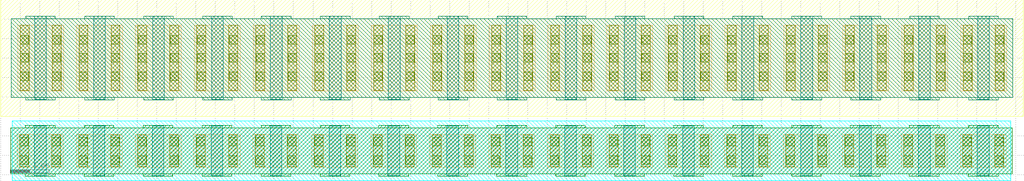
<source format=lef>
  X é     é      (UNNAMED)  >A7KÆ§ð9D¸/ ZT é     é      pfet_03v3_6DGS6C        ,ÿÿÎÿÿü®ÿÿÎ  RÿÿÓ  RÿÿÓÿÿü®ÿÿÎÿÿü®          ,ÿÿÔhÿÿü®ÿÿÔh  RÿÿÙ  RÿÿÙÿÿü®ÿÿÔhÿÿü®          ,ÿÿÚNÿÿü®ÿÿÚN  RÿÿÞê  RÿÿÞêÿÿü®ÿÿÚNÿÿü®          ,ÿÿà4ÿÿü®ÿÿà4  RÿÿäÐ  RÿÿäÐÿÿü®ÿÿà4ÿÿü®          ,ÿÿæÿÿü®ÿÿæ  Rÿÿê¶  Rÿÿê¶ÿÿü®ÿÿæÿÿü®          ,ÿÿì ÿÿü®ÿÿì   Rÿÿð  Rÿÿðÿÿü®ÿÿì ÿÿü®          ,ÿÿñæÿÿü®ÿÿñæ  Rÿÿö  Rÿÿöÿÿü®ÿÿñæÿÿü®          ,ÿÿ÷Ìÿÿü®ÿÿ÷Ì  Rÿÿüh  Rÿÿühÿÿü®ÿÿ÷Ìÿÿü®          ,ÿÿý²ÿÿü®ÿÿý²  R  N  R  Nÿÿü®ÿÿý²ÿÿü®          ,  ÿÿü®    R  4  R  4ÿÿü®  ÿÿü®          ,  	~ÿÿü®  	~  R    R  ÿÿü®  	~ÿÿü®          ,  dÿÿü®  d  R     R   ÿÿü®  dÿÿü®          ,  Jÿÿü®  J  R  æ  R  æÿÿü®  Jÿÿü®          ,  0ÿÿü®  0  R  Ì  R  Ìÿÿü®  0ÿÿü®          ,  !ÿÿü®  !  R  %²  R  %²ÿÿü®  !ÿÿü®          ,  &üÿÿü®  &ü  R  +  R  +ÿÿü®  &üÿÿü®          ,  ,âÿÿü®  ,â  R  1~  R  1~ÿÿü®  ,âÿÿü®          ,ÿÿÐ:ÿÿûÒÿÿÐ:  .ÿÿÑf  .ÿÿÑfÿÿûÒÿÿÐ:ÿÿûÒ          ,ÿÿÖ ÿÿûÒÿÿÖ   .ÿÿ×L  .ÿÿ×LÿÿûÒÿÿÖ ÿÿûÒ          ,ÿÿÜÿÿûÒÿÿÜ  .ÿÿÝ2  .ÿÿÝ2ÿÿûÒÿÿÜÿÿûÒ          ,ÿÿáìÿÿûÒÿÿáì  .ÿÿã  .ÿÿãÿÿûÒÿÿáìÿÿûÒ          ,ÿÿçÒÿÿûÒÿÿçÒ  .ÿÿèþ  .ÿÿèþÿÿûÒÿÿçÒÿÿûÒ          ,ÿÿí¸ÿÿûÒÿÿí¸  .ÿÿîä  .ÿÿîäÿÿûÒÿÿí¸ÿÿûÒ          ,ÿÿóÿÿûÒÿÿó  .ÿÿôÊ  .ÿÿôÊÿÿûÒÿÿóÿÿûÒ          ,ÿÿùÿÿûÒÿÿù  .ÿÿú°  .ÿÿú°ÿÿûÒÿÿùÿÿûÒ          ,ÿÿÿjÿÿûÒÿÿÿj  .     .   ÿÿûÒÿÿÿjÿÿûÒ          ,  PÿÿûÒ  P  .  |  .  |ÿÿûÒ  PÿÿûÒ          ,  6ÿÿûÒ  6  .  b  .  bÿÿûÒ  6ÿÿûÒ          ,  ÿÿûÒ    .  H  .  HÿÿûÒ  ÿÿûÒ          ,  ÿÿûÒ    .  .  .  .ÿÿûÒ  ÿÿûÒ          ,  èÿÿûÒ  è  .    .  ÿÿûÒ  èÿÿûÒ          ,  "ÎÿÿûÒ  "Î  .  #ú  .  #úÿÿûÒ  "ÎÿÿûÒ          ,  (´ÿÿûÒ  (´  .  )à  .  )àÿÿûÒ  (´ÿÿûÒ          ,  .ÿÿûÒ  .  .  /Æ  .  /ÆÿÿûÒ  .ÿÿûÒ      !    ,  ,  h  ,  D    D    h  ,  h      !    ,  Þ  h  Þ  D  º  D  º  h  Þ  h      !    ,    h    D  î  D  î  h    h      !    ,  	Ä  h  	Ä  D  
   D  
   h  	Ä  h      !    ,  ø  h  ø  D  Ô  D  Ô  h  ø  h      !    ,  ª  h  ª  D    D    h  ª  h      !    ,  Þ  h  Þ  D  º  D  º  h  Þ  h      !    ,    h    D  l  D  l  h    h      !    ,  Ä  h  Ä  D     D     h  Ä  h      !    ,  v  h  v  D  R  D  R  h  v  h      !    ,  ª  h  ª  D    D    h  ª  h      !    ,  !\  h  !\  D  "8  D  "8  h  !\  h      !    ,  $  h  $  D  %l  D  %l  h  $  h      !    ,  'B  h  'B  D  (  D  (  h  'B  h      !    ,  *v  h  *v  D  +R  D  +R  h  *v  h      !    ,  -(  h  -(  D  .  D  .  h  -(  h      !    ,  0\  h  0\  D  18  D  18  h  0\  h      !    ,  ,ÿÿÿ  ,   n     n  ÿÿÿ  ,ÿÿÿ      !    ,  Þÿÿÿ  Þ   n  º   n  ºÿÿÿ  Þÿÿÿ      !    ,  ÿÿÿ     n  î   n  îÿÿÿ  ÿÿÿ      !    ,  	Äÿÿÿ  	Ä   n  
    n  
 ÿÿÿ  	Äÿÿÿ      !    ,  øÿÿÿ  ø   n  Ô   n  Ôÿÿÿ  øÿÿÿ      !    ,  ªÿÿÿ  ª   n     n  ÿÿÿ  ªÿÿÿ      !    ,  Þÿÿÿ  Þ   n  º   n  ºÿÿÿ  Þÿÿÿ      !    ,  ÿÿÿ     n  l   n  lÿÿÿ  ÿÿÿ      !    ,  Äÿÿÿ  Ä   n      n   ÿÿÿ  Äÿÿÿ      !    ,  vÿÿÿ  v   n  R   n  Rÿÿÿ  vÿÿÿ      !    ,  ªÿÿÿ  ª   n     n  ÿÿÿ  ªÿÿÿ      !    ,  !\ÿÿÿ  !\   n  "8   n  "8ÿÿÿ  !\ÿÿÿ      !    ,  $ÿÿÿ  $   n  %l   n  %lÿÿÿ  $ÿÿÿ      !    ,  'Bÿÿÿ  'B   n  (   n  (ÿÿÿ  'Bÿÿÿ      !    ,  *vÿÿÿ  *v   n  +R   n  +Rÿÿÿ  *vÿÿÿ      !    ,  -(ÿÿÿ  -(   n  .   n  .ÿÿÿ  -(ÿÿÿ      !    ,  0\ÿÿÿ  0\   n  18   n  18ÿÿÿ  0\ÿÿÿ      !    ,  ,ÿÿý¼  ,ÿÿþ  ÿÿþ  ÿÿý¼  ,ÿÿý¼      !    ,  Þÿÿý¼  Þÿÿþ  ºÿÿþ  ºÿÿý¼  Þÿÿý¼      !    ,  ÿÿý¼  ÿÿþ  îÿÿþ  îÿÿý¼  ÿÿý¼      !    ,  	Äÿÿý¼  	Äÿÿþ  
 ÿÿþ  
 ÿÿý¼  	Äÿÿý¼      !    ,  øÿÿý¼  øÿÿþ  Ôÿÿþ  Ôÿÿý¼  øÿÿý¼      !    ,  ªÿÿý¼  ªÿÿþ  ÿÿþ  ÿÿý¼  ªÿÿý¼      !    ,  Þÿÿý¼  Þÿÿþ  ºÿÿþ  ºÿÿý¼  Þÿÿý¼      !    ,  ÿÿý¼  ÿÿþ  lÿÿþ  lÿÿý¼  ÿÿý¼      !    ,  Äÿÿý¼  Äÿÿþ   ÿÿþ   ÿÿý¼  Äÿÿý¼      !    ,  vÿÿý¼  vÿÿþ  Rÿÿþ  Rÿÿý¼  vÿÿý¼      !    ,  ªÿÿý¼  ªÿÿþ  ÿÿþ  ÿÿý¼  ªÿÿý¼      !    ,  !\ÿÿý¼  !\ÿÿþ  "8ÿÿþ  "8ÿÿý¼  !\ÿÿý¼      !    ,  $ÿÿý¼  $ÿÿþ  %lÿÿþ  %lÿÿý¼  $ÿÿý¼      !    ,  'Bÿÿý¼  'Bÿÿþ  (ÿÿþ  (ÿÿý¼  'Bÿÿý¼      !    ,  *vÿÿý¼  *vÿÿþ  +Rÿÿþ  +Rÿÿý¼  *vÿÿý¼      !    ,  -(ÿÿý¼  -(ÿÿþ  .ÿÿþ  .ÿÿý¼  -(ÿÿý¼      !    ,  0\ÿÿý¼  0\ÿÿþ  18ÿÿþ  18ÿÿý¼  0\ÿÿý¼      !    ,ÿÿÎÈ  hÿÿÎÈ  DÿÿÏ¤  DÿÿÏ¤  hÿÿÎÈ  h      !    ,ÿÿÑü  hÿÿÑü  DÿÿÒØ  DÿÿÒØ  hÿÿÑü  h      !    ,ÿÿÔ®  hÿÿÔ®  DÿÿÕ  DÿÿÕ  hÿÿÔ®  h      !    ,ÿÿ×â  hÿÿ×â  DÿÿØ¾  DÿÿØ¾  hÿÿ×â  h      !    ,ÿÿÚ  hÿÿÚ  DÿÿÛp  DÿÿÛp  hÿÿÚ  h      !    ,ÿÿÝÈ  hÿÿÝÈ  DÿÿÞ¤  DÿÿÞ¤  hÿÿÝÈ  h      !    ,ÿÿàz  hÿÿàz  DÿÿáV  DÿÿáV  hÿÿàz  h      !    ,ÿÿã®  hÿÿã®  Dÿÿä  Dÿÿä  hÿÿã®  h      !    ,ÿÿæ`  hÿÿæ`  Dÿÿç<  Dÿÿç<  hÿÿæ`  h      !    ,ÿÿé  hÿÿé  Dÿÿêp  Dÿÿêp  hÿÿé  h      !    ,ÿÿìF  hÿÿìF  Dÿÿí"  Dÿÿí"  hÿÿìF  h      !    ,ÿÿïz  hÿÿïz  DÿÿðV  DÿÿðV  hÿÿïz  h      !    ,ÿÿò,  hÿÿò,  Dÿÿó  Dÿÿó  hÿÿò,  h      !    ,ÿÿõ`  hÿÿõ`  Dÿÿö<  Dÿÿö<  hÿÿõ`  h      !    ,ÿÿø  hÿÿø  Dÿÿøî  Dÿÿøî  hÿÿø  h      !    ,ÿÿûF  hÿÿûF  Dÿÿü"  Dÿÿü"  hÿÿûF  h      !    ,ÿÿýø  hÿÿýø  DÿÿþÔ  DÿÿþÔ  hÿÿýø  h      !    ,ÿÿÎÈÿÿý¼ÿÿÎÈÿÿþÿÿÏ¤ÿÿþÿÿÏ¤ÿÿý¼ÿÿÎÈÿÿý¼      !    ,ÿÿÑüÿÿý¼ÿÿÑüÿÿþÿÿÒØÿÿþÿÿÒØÿÿý¼ÿÿÑüÿÿý¼      !    ,ÿÿÔ®ÿÿý¼ÿÿÔ®ÿÿþÿÿÕÿÿþÿÿÕÿÿý¼ÿÿÔ®ÿÿý¼      !    ,ÿÿ×âÿÿý¼ÿÿ×âÿÿþÿÿØ¾ÿÿþÿÿØ¾ÿÿý¼ÿÿ×âÿÿý¼      !    ,ÿÿÚÿÿý¼ÿÿÚÿÿþÿÿÛpÿÿþÿÿÛpÿÿý¼ÿÿÚÿÿý¼      !    ,ÿÿÝÈÿÿý¼ÿÿÝÈÿÿþÿÿÞ¤ÿÿþÿÿÞ¤ÿÿý¼ÿÿÝÈÿÿý¼      !    ,ÿÿàzÿÿý¼ÿÿàzÿÿþÿÿáVÿÿþÿÿáVÿÿý¼ÿÿàzÿÿý¼      !    ,ÿÿã®ÿÿý¼ÿÿã®ÿÿþÿÿäÿÿþÿÿäÿÿý¼ÿÿã®ÿÿý¼      !    ,ÿÿæ`ÿÿý¼ÿÿæ`ÿÿþÿÿç<ÿÿþÿÿç<ÿÿý¼ÿÿæ`ÿÿý¼      !    ,ÿÿéÿÿý¼ÿÿéÿÿþÿÿêpÿÿþÿÿêpÿÿý¼ÿÿéÿÿý¼      !    ,ÿÿìFÿÿý¼ÿÿìFÿÿþÿÿí"ÿÿþÿÿí"ÿÿý¼ÿÿìFÿÿý¼      !    ,ÿÿïzÿÿý¼ÿÿïzÿÿþÿÿðVÿÿþÿÿðVÿÿý¼ÿÿïzÿÿý¼      !    ,ÿÿò,ÿÿý¼ÿÿò,ÿÿþÿÿóÿÿþÿÿóÿÿý¼ÿÿò,ÿÿý¼      !    ,ÿÿõ`ÿÿý¼ÿÿõ`ÿÿþÿÿö<ÿÿþÿÿö<ÿÿý¼ÿÿõ`ÿÿý¼      !    ,ÿÿøÿÿý¼ÿÿøÿÿþÿÿøîÿÿþÿÿøîÿÿý¼ÿÿøÿÿý¼      !    ,ÿÿûFÿÿý¼ÿÿûFÿÿþÿÿü"ÿÿþÿÿü"ÿÿý¼ÿÿûFÿÿý¼      !    ,ÿÿýøÿÿý¼ÿÿýøÿÿþÿÿþÔÿÿþÿÿþÔÿÿý¼ÿÿýøÿÿý¼      !    ,ÿÿÎÈÿÿÿÿÿÎÈ   nÿÿÏ¤   nÿÿÏ¤ÿÿÿÿÿÎÈÿÿÿ      !    ,ÿÿÑüÿÿÿÿÿÑü   nÿÿÒØ   nÿÿÒØÿÿÿÿÿÑüÿÿÿ      !    ,ÿÿÔ®ÿÿÿÿÿÔ®   nÿÿÕ   nÿÿÕÿÿÿÿÿÔ®ÿÿÿ      !    ,ÿÿ×âÿÿÿÿÿ×â   nÿÿØ¾   nÿÿØ¾ÿÿÿÿÿ×âÿÿÿ      !    ,ÿÿÚÿÿÿÿÿÚ   nÿÿÛp   nÿÿÛpÿÿÿÿÿÚÿÿÿ      !    ,ÿÿÝÈÿÿÿÿÿÝÈ   nÿÿÞ¤   nÿÿÞ¤ÿÿÿÿÿÝÈÿÿÿ      !    ,ÿÿàzÿÿÿÿÿàz   nÿÿáV   nÿÿáVÿÿÿÿÿàzÿÿÿ      !    ,ÿÿã®ÿÿÿÿÿã®   nÿÿä   nÿÿäÿÿÿÿÿã®ÿÿÿ      !    ,ÿÿæ`ÿÿÿÿÿæ`   nÿÿç<   nÿÿç<ÿÿÿÿÿæ`ÿÿÿ      !    ,ÿÿéÿÿÿÿÿé   nÿÿêp   nÿÿêpÿÿÿÿÿéÿÿÿ      !    ,ÿÿìFÿÿÿÿÿìF   nÿÿí"   nÿÿí"ÿÿÿÿÿìFÿÿÿ      !    ,ÿÿïzÿÿÿÿÿïz   nÿÿðV   nÿÿðVÿÿÿÿÿïzÿÿÿ      !    ,ÿÿò,ÿÿÿÿÿò,   nÿÿó   nÿÿóÿÿÿÿÿò,ÿÿÿ      !    ,ÿÿõ`ÿÿÿÿÿõ`   nÿÿö<   nÿÿö<ÿÿÿÿÿõ`ÿÿÿ      !    ,ÿÿøÿÿÿÿÿø   nÿÿøî   nÿÿøîÿÿÿÿÿøÿÿÿ      !    ,ÿÿûFÿÿÿÿÿûF   nÿÿü"   nÿÿü"ÿÿÿÿÿûFÿÿÿ      !    ,ÿÿýøÿÿÿÿÿýø   nÿÿþÔ   nÿÿþÔÿÿÿÿÿýøÿÿÿ      "    ,ÿÿÎÃÿÿü¸ÿÿÎÃ  HÿÿÏ©  HÿÿÏ©ÿÿü¸ÿÿÎÃÿÿü¸      "    ,ÿÿÑ÷ÿÿü¸ÿÿÑ÷  HÿÿÒÝ  HÿÿÒÝÿÿü¸ÿÿÑ÷ÿÿü¸      "    ,ÿÿÔ©ÿÿü¸ÿÿÔ©  HÿÿÕ  HÿÿÕÿÿü¸ÿÿÔ©ÿÿü¸      "    ,ÿÿ×Ýÿÿü¸ÿÿ×Ý  HÿÿØÃ  HÿÿØÃÿÿü¸ÿÿ×Ýÿÿü¸      "    ,ÿÿÚÿÿü¸ÿÿÚ  HÿÿÛu  HÿÿÛuÿÿü¸ÿÿÚÿÿü¸      "    ,ÿÿÝÃÿÿü¸ÿÿÝÃ  HÿÿÞ©  HÿÿÞ©ÿÿü¸ÿÿÝÃÿÿü¸      "    ,ÿÿàuÿÿü¸ÿÿàu  Hÿÿá[  Hÿÿá[ÿÿü¸ÿÿàuÿÿü¸      "    ,ÿÿã©ÿÿü¸ÿÿã©  Hÿÿä  Hÿÿäÿÿü¸ÿÿã©ÿÿü¸      "    ,ÿÿæ[ÿÿü¸ÿÿæ[  HÿÿçA  HÿÿçAÿÿü¸ÿÿæ[ÿÿü¸      "    ,ÿÿéÿÿü¸ÿÿé  Hÿÿêu  Hÿÿêuÿÿü¸ÿÿéÿÿü¸      "    ,ÿÿìAÿÿü¸ÿÿìA  Hÿÿí'  Hÿÿí'ÿÿü¸ÿÿìAÿÿü¸      "    ,ÿÿïuÿÿü¸ÿÿïu  Hÿÿð[  Hÿÿð[ÿÿü¸ÿÿïuÿÿü¸      "    ,ÿÿò'ÿÿü¸ÿÿò'  Hÿÿó  Hÿÿóÿÿü¸ÿÿò'ÿÿü¸      "    ,ÿÿõ[ÿÿü¸ÿÿõ[  HÿÿöA  HÿÿöAÿÿü¸ÿÿõ[ÿÿü¸      "    ,ÿÿøÿÿü¸ÿÿø  Hÿÿøó  Hÿÿøóÿÿü¸ÿÿøÿÿü¸      "    ,ÿÿûAÿÿü¸ÿÿûA  Hÿÿü'  Hÿÿü'ÿÿü¸ÿÿûAÿÿü¸      "    ,ÿÿýóÿÿü¸ÿÿýó  HÿÿþÙ  HÿÿþÙÿÿü¸ÿÿýóÿÿü¸      "    ,  'ÿÿü¸  '  H    H  ÿÿü¸  'ÿÿü¸      "    ,  Ùÿÿü¸  Ù  H  ¿  H  ¿ÿÿü¸  Ùÿÿü¸      "    ,  ÿÿü¸    H  ó  H  óÿÿü¸  ÿÿü¸      "    ,  	¿ÿÿü¸  	¿  H  
¥  H  
¥ÿÿü¸  	¿ÿÿü¸      "    ,  óÿÿü¸  ó  H  Ù  H  Ùÿÿü¸  óÿÿü¸      "    ,  ¥ÿÿü¸  ¥  H    H  ÿÿü¸  ¥ÿÿü¸      "    ,  Ùÿÿü¸  Ù  H  ¿  H  ¿ÿÿü¸  Ùÿÿü¸      "    ,  ÿÿü¸    H  q  H  qÿÿü¸  ÿÿü¸      "    ,  ¿ÿÿü¸  ¿  H  ¥  H  ¥ÿÿü¸  ¿ÿÿü¸      "    ,  qÿÿü¸  q  H  W  H  Wÿÿü¸  qÿÿü¸      "    ,  ¥ÿÿü¸  ¥  H    H  ÿÿü¸  ¥ÿÿü¸      "    ,  !Wÿÿü¸  !W  H  "=  H  "=ÿÿü¸  !Wÿÿü¸      "    ,  $ÿÿü¸  $  H  %q  H  %qÿÿü¸  $ÿÿü¸      "    ,  '=ÿÿü¸  '=  H  (#  H  (#ÿÿü¸  '=ÿÿü¸      "    ,  *qÿÿü¸  *q  H  +W  H  +Wÿÿü¸  *qÿÿü¸      "    ,  -#ÿÿü¸  -#  H  .	  H  .	ÿÿü¸  -#ÿÿü¸      "    ,  0Wÿÿü¸  0W  H  1=  H  1=ÿÿü¸  0Wÿÿü¸          ,ÿÿÌÔÿÿú$ÿÿÌÔ  Ü  3,  Ü  3,ÿÿú$ÿÿÌÔÿÿú$          ,ÿÿÏT  òÿÿÏT  8ÿÿÒL  8ÿÿÒL  òÿÿÏT  ò          ,ÿÿÕ:  òÿÿÕ:  8ÿÿØ2  8ÿÿØ2  òÿÿÕ:  ò          ,ÿÿÛ   òÿÿÛ   8ÿÿÞ  8ÿÿÞ  òÿÿÛ   ò          ,ÿÿá  òÿÿá  8ÿÿãþ  8ÿÿãþ  òÿÿá  ò          ,ÿÿæì  òÿÿæì  8ÿÿéä  8ÿÿéä  òÿÿæì  ò          ,ÿÿìÒ  òÿÿìÒ  8ÿÿïÊ  8ÿÿïÊ  òÿÿìÒ  ò          ,ÿÿò¸  òÿÿò¸  8ÿÿõ°  8ÿÿõ°  òÿÿò¸  ò          ,ÿÿø  òÿÿø  8ÿÿû  8ÿÿû  òÿÿø  ò          ,ÿÿþ  òÿÿþ  8  |  8  |  òÿÿþ  ò          ,  j  ò  j  8  b  8  b  ò  j  ò          ,  
P  ò  
P  8  H  8  H  ò  
P  ò          ,  6  ò  6  8  .  8  .  ò  6  ò          ,    ò    8    8    ò    ò          ,    ò    8  ú  8  ú  ò    ò          ,  !è  ò  !è  8  $à  8  $à  ò  !è  ò          ,  'Î  ò  'Î  8  *Æ  8  *Æ  ò  'Î  ò          ,  -´  ò  -´  8  0¬  8  0¬  ò  -´  ò          ,ÿÿÍâÿÿüÿÿÍâ  ò  2  ò  2ÿÿüÿÿÍâÿÿü          ,ÿÿÏTÿÿûÈÿÿÏTÿÿüÿÿÒLÿÿüÿÿÒLÿÿûÈÿÿÏTÿÿûÈ          ,ÿÿÕ:ÿÿûÈÿÿÕ:ÿÿüÿÿØ2ÿÿüÿÿØ2ÿÿûÈÿÿÕ:ÿÿûÈ          ,ÿÿÛ ÿÿûÈÿÿÛ ÿÿüÿÿÞÿÿüÿÿÞÿÿûÈÿÿÛ ÿÿûÈ          ,ÿÿáÿÿûÈÿÿáÿÿüÿÿãþÿÿüÿÿãþÿÿûÈÿÿáÿÿûÈ          ,ÿÿæìÿÿûÈÿÿæìÿÿüÿÿéäÿÿüÿÿéäÿÿûÈÿÿæìÿÿûÈ          ,ÿÿìÒÿÿûÈÿÿìÒÿÿüÿÿïÊÿÿüÿÿïÊÿÿûÈÿÿìÒÿÿûÈ          ,ÿÿò¸ÿÿûÈÿÿò¸ÿÿüÿÿõ°ÿÿüÿÿõ°ÿÿûÈÿÿò¸ÿÿûÈ          ,ÿÿøÿÿûÈÿÿøÿÿüÿÿûÿÿüÿÿûÿÿûÈÿÿøÿÿûÈ          ,ÿÿþÿÿûÈÿÿþÿÿü  |ÿÿü  |ÿÿûÈÿÿþÿÿûÈ          ,  jÿÿûÈ  jÿÿü  bÿÿü  bÿÿûÈ  jÿÿûÈ          ,  
PÿÿûÈ  
Pÿÿü  Hÿÿü  HÿÿûÈ  
PÿÿûÈ          ,  6ÿÿûÈ  6ÿÿü  .ÿÿü  .ÿÿûÈ  6ÿÿûÈ          ,  ÿÿûÈ  ÿÿü  ÿÿü  ÿÿûÈ  ÿÿûÈ          ,  ÿÿûÈ  ÿÿü  úÿÿü  úÿÿûÈ  ÿÿûÈ          ,  !èÿÿûÈ  !èÿÿü  $àÿÿü  $àÿÿûÈ  !èÿÿûÈ          ,  'ÎÿÿûÈ  'Îÿÿü  *Æÿÿü  *ÆÿÿûÈ  'ÎÿÿûÈ          ,  -´ÿÿûÈ  -´ÿÿü  0¬ÿÿü  0¬ÿÿûÈ  -´ÿÿûÈ     é     é      nfet_03v3_FTUVLQ    Ì    ,ÿÿÎ
ÿÿýÿÿÎ
  ý  1ö  ý  1öÿÿýÿÿÎ
ÿÿý          ,ÿÿÎÿÿþWÿÿÎ  ©ÿÿÓ  ©ÿÿÓÿÿþWÿÿÎÿÿþW          ,ÿÿÔhÿÿþWÿÿÔh  ©ÿÿÙ  ©ÿÿÙÿÿþWÿÿÔhÿÿþW          ,ÿÿÚNÿÿþWÿÿÚN  ©ÿÿÞê  ©ÿÿÞêÿÿþWÿÿÚNÿÿþW          ,ÿÿà4ÿÿþWÿÿà4  ©ÿÿäÐ  ©ÿÿäÐÿÿþWÿÿà4ÿÿþW          ,ÿÿæÿÿþWÿÿæ  ©ÿÿê¶  ©ÿÿê¶ÿÿþWÿÿæÿÿþW          ,ÿÿì ÿÿþWÿÿì   ©ÿÿð  ©ÿÿðÿÿþWÿÿì ÿÿþW          ,ÿÿñæÿÿþWÿÿñæ  ©ÿÿö  ©ÿÿöÿÿþWÿÿñæÿÿþW          ,ÿÿ÷ÌÿÿþWÿÿ÷Ì  ©ÿÿüh  ©ÿÿühÿÿþWÿÿ÷ÌÿÿþW          ,ÿÿý²ÿÿþWÿÿý²  ©  N  ©  NÿÿþWÿÿý²ÿÿþW          ,  ÿÿþW    ©  4  ©  4ÿÿþW  ÿÿþW          ,  	~ÿÿþW  	~  ©    ©  ÿÿþW  	~ÿÿþW          ,  dÿÿþW  d  ©     ©   ÿÿþW  dÿÿþW          ,  JÿÿþW  J  ©  æ  ©  æÿÿþW  JÿÿþW          ,  0ÿÿþW  0  ©  Ì  ©  ÌÿÿþW  0ÿÿþW          ,  !ÿÿþW  !  ©  %²  ©  %²ÿÿþW  !ÿÿþW          ,  &üÿÿþW  &ü  ©  +  ©  +ÿÿþW  &üÿÿþW          ,  ,âÿÿþW  ,â  ©  1~  ©  1~ÿÿþW  ,âÿÿþW           ,ÿÿÏT  IÿÿÏT  ÿÿÒL  ÿÿÒL  IÿÿÏT  I           ,ÿÿÕ:  IÿÿÕ:  ÿÿØ2  ÿÿØ2  IÿÿÕ:  I           ,ÿÿÛ   IÿÿÛ   ÿÿÞ  ÿÿÞ  IÿÿÛ   I           ,ÿÿá  Iÿÿá  ÿÿãþ  ÿÿãþ  Iÿÿá  I           ,ÿÿæì  Iÿÿæì  ÿÿéä  ÿÿéä  Iÿÿæì  I           ,ÿÿìÒ  IÿÿìÒ  ÿÿïÊ  ÿÿïÊ  IÿÿìÒ  I           ,ÿÿò¸  Iÿÿò¸  ÿÿõ°  ÿÿõ°  Iÿÿò¸  I           ,ÿÿø  Iÿÿø  ÿÿû  ÿÿû  Iÿÿø  I           ,ÿÿþ  Iÿÿþ    |    |  Iÿÿþ  I           ,  j  I  j    b    b  I  j  I           ,  
P  I  
P    H    H  I  
P  I           ,  6  I  6    .    .  I  6  I           ,    I            I    I           ,    I      ú    ú  I    I           ,  !è  I  !è    $à    $à  I  !è  I           ,  'Î  I  'Î    *Æ    *Æ  I  'Î  I           ,  -´  I  -´    0¬    0¬  I  -´  I           ,ÿÿÍâÿÿý·ÿÿÍâ  I  2  I  2ÿÿý·ÿÿÍâÿÿý·           ,ÿÿÏTÿÿýqÿÿÏTÿÿý·ÿÿÒLÿÿý·ÿÿÒLÿÿýqÿÿÏTÿÿýq           ,ÿÿÕ:ÿÿýqÿÿÕ:ÿÿý·ÿÿØ2ÿÿý·ÿÿØ2ÿÿýqÿÿÕ:ÿÿýq           ,ÿÿÛ ÿÿýqÿÿÛ ÿÿý·ÿÿÞÿÿý·ÿÿÞÿÿýqÿÿÛ ÿÿýq           ,ÿÿáÿÿýqÿÿáÿÿý·ÿÿãþÿÿý·ÿÿãþÿÿýqÿÿáÿÿýq           ,ÿÿæìÿÿýqÿÿæìÿÿý·ÿÿéäÿÿý·ÿÿéäÿÿýqÿÿæìÿÿýq           ,ÿÿìÒÿÿýqÿÿìÒÿÿý·ÿÿïÊÿÿý·ÿÿïÊÿÿýqÿÿìÒÿÿýq           ,ÿÿò¸ÿÿýqÿÿò¸ÿÿý·ÿÿõ°ÿÿý·ÿÿõ°ÿÿýqÿÿò¸ÿÿýq           ,ÿÿøÿÿýqÿÿøÿÿý·ÿÿûÿÿý·ÿÿûÿÿýqÿÿøÿÿýq           ,ÿÿþÿÿýqÿÿþÿÿý·  |ÿÿý·  |ÿÿýqÿÿþÿÿýq           ,  jÿÿýq  jÿÿý·  bÿÿý·  bÿÿýq  jÿÿýq           ,  
Pÿÿýq  
Pÿÿý·  Hÿÿý·  Hÿÿýq  
Pÿÿýq           ,  6ÿÿýq  6ÿÿý·  .ÿÿý·  .ÿÿýq  6ÿÿýq           ,  ÿÿýq  ÿÿý·  ÿÿý·  ÿÿýq  ÿÿýq           ,  ÿÿýq  ÿÿý·  úÿÿý·  úÿÿýq  ÿÿýq           ,  !èÿÿýq  !èÿÿý·  $àÿÿý·  $àÿÿýq  !èÿÿýq           ,  'Îÿÿýq  'Îÿÿý·  *Æÿÿý·  *Æÿÿýq  'Îÿÿýq           ,  -´ÿÿýq  -´ÿÿý·  0¬ÿÿý·  0¬ÿÿýq  -´ÿÿýq          ,ÿÿÐ:ÿÿý{ÿÿÐ:  ÿÿÑf  ÿÿÑfÿÿý{ÿÿÐ:ÿÿý{          ,ÿÿÖ ÿÿý{ÿÿÖ   ÿÿ×L  ÿÿ×Lÿÿý{ÿÿÖ ÿÿý{          ,ÿÿÜÿÿý{ÿÿÜ  ÿÿÝ2  ÿÿÝ2ÿÿý{ÿÿÜÿÿý{          ,ÿÿáìÿÿý{ÿÿáì  ÿÿã  ÿÿãÿÿý{ÿÿáìÿÿý{          ,ÿÿçÒÿÿý{ÿÿçÒ  ÿÿèþ  ÿÿèþÿÿý{ÿÿçÒÿÿý{          ,ÿÿí¸ÿÿý{ÿÿí¸  ÿÿîä  ÿÿîäÿÿý{ÿÿí¸ÿÿý{          ,ÿÿóÿÿý{ÿÿó  ÿÿôÊ  ÿÿôÊÿÿý{ÿÿóÿÿý{          ,ÿÿùÿÿý{ÿÿù  ÿÿú°  ÿÿú°ÿÿý{ÿÿùÿÿý{          ,ÿÿÿjÿÿý{ÿÿÿj          ÿÿý{ÿÿÿjÿÿý{          ,  Pÿÿý{  P    |    |ÿÿý{  Pÿÿý{          ,  6ÿÿý{  6    b    bÿÿý{  6ÿÿý{          ,  ÿÿý{      H    Hÿÿý{  ÿÿý{          ,  ÿÿý{      .    .ÿÿý{  ÿÿý{          ,  èÿÿý{  è        ÿÿý{  èÿÿý{          ,  "Îÿÿý{  "Î    #ú    #úÿÿý{  "Îÿÿý{          ,  (´ÿÿý{  (´    )à    )àÿÿý{  (´ÿÿý{          ,  .ÿÿý{  .    /Æ    /Æÿÿý{  .ÿÿý{      !    ,ÿÿÎÈ   }ÿÿÎÈ  YÿÿÏ¤  YÿÿÏ¤   }ÿÿÎÈ   }      !    ,ÿÿÑü   }ÿÿÑü  YÿÿÒØ  YÿÿÒØ   }ÿÿÑü   }      !    ,ÿÿÔ®   }ÿÿÔ®  YÿÿÕ  YÿÿÕ   }ÿÿÔ®   }      !    ,ÿÿ×â   }ÿÿ×â  YÿÿØ¾  YÿÿØ¾   }ÿÿ×â   }      !    ,ÿÿÚ   }ÿÿÚ  YÿÿÛp  YÿÿÛp   }ÿÿÚ   }      !    ,ÿÿÝÈ   }ÿÿÝÈ  YÿÿÞ¤  YÿÿÞ¤   }ÿÿÝÈ   }      !    ,ÿÿàz   }ÿÿàz  YÿÿáV  YÿÿáV   }ÿÿàz   }      !    ,ÿÿã®   }ÿÿã®  Yÿÿä  Yÿÿä   }ÿÿã®   }      !    ,ÿÿæ`   }ÿÿæ`  Yÿÿç<  Yÿÿç<   }ÿÿæ`   }      !    ,ÿÿé   }ÿÿé  Yÿÿêp  Yÿÿêp   }ÿÿé   }      !    ,ÿÿìF   }ÿÿìF  Yÿÿí"  Yÿÿí"   }ÿÿìF   }      !    ,ÿÿïz   }ÿÿïz  YÿÿðV  YÿÿðV   }ÿÿïz   }      !    ,ÿÿò,   }ÿÿò,  Yÿÿó  Yÿÿó   }ÿÿò,   }      !    ,ÿÿõ`   }ÿÿõ`  Yÿÿö<  Yÿÿö<   }ÿÿõ`   }      !    ,ÿÿø   }ÿÿø  Yÿÿøî  Yÿÿøî   }ÿÿø   }      !    ,ÿÿûF   }ÿÿûF  Yÿÿü"  Yÿÿü"   }ÿÿûF   }      !    ,ÿÿýø   }ÿÿýø  YÿÿþÔ  YÿÿþÔ   }ÿÿýø   }      !    ,  ,   }  ,  Y    Y     }  ,   }      !    ,  Þ   }  Þ  Y  º  Y  º   }  Þ   }      !    ,     }    Y  î  Y  î   }     }      !    ,  	Ä   }  	Ä  Y  
   Y  
    }  	Ä   }      !    ,  ø   }  ø  Y  Ô  Y  Ô   }  ø   }      !    ,  ª   }  ª  Y    Y     }  ª   }      !    ,  Þ   }  Þ  Y  º  Y  º   }  Þ   }      !    ,     }    Y  l  Y  l   }     }      !    ,  Ä   }  Ä  Y     Y      }  Ä   }      !    ,  v   }  v  Y  R  Y  R   }  v   }      !    ,  ª   }  ª  Y    Y     }  ª   }      !    ,  !\   }  !\  Y  "8  Y  "8   }  !\   }      !    ,  $   }  $  Y  %l  Y  %l   }  $   }      !    ,  'B   }  'B  Y  (  Y  (   }  'B   }      !    ,  *v   }  *v  Y  +R  Y  +R   }  *v   }      !    ,  -(   }  -(  Y  .  Y  .   }  -(   }      !    ,  0\   }  0\  Y  18  Y  18   }  0\   }      !    ,ÿÿÎÈÿÿþ§ÿÿÎÈÿÿÿÿÿÏ¤ÿÿÿÿÿÏ¤ÿÿþ§ÿÿÎÈÿÿþ§      !    ,ÿÿÑüÿÿþ§ÿÿÑüÿÿÿÿÿÒØÿÿÿÿÿÒØÿÿþ§ÿÿÑüÿÿþ§      !    ,ÿÿÔ®ÿÿþ§ÿÿÔ®ÿÿÿÿÿÕÿÿÿÿÿÕÿÿþ§ÿÿÔ®ÿÿþ§      !    ,ÿÿ×âÿÿþ§ÿÿ×âÿÿÿÿÿØ¾ÿÿÿÿÿØ¾ÿÿþ§ÿÿ×âÿÿþ§      !    ,ÿÿÚÿÿþ§ÿÿÚÿÿÿÿÿÛpÿÿÿÿÿÛpÿÿþ§ÿÿÚÿÿþ§      !    ,ÿÿÝÈÿÿþ§ÿÿÝÈÿÿÿÿÿÞ¤ÿÿÿÿÿÞ¤ÿÿþ§ÿÿÝÈÿÿþ§      !    ,ÿÿàzÿÿþ§ÿÿàzÿÿÿÿÿáVÿÿÿÿÿáVÿÿþ§ÿÿàzÿÿþ§      !    ,ÿÿã®ÿÿþ§ÿÿã®ÿÿÿÿÿäÿÿÿÿÿäÿÿþ§ÿÿã®ÿÿþ§      !    ,ÿÿæ`ÿÿþ§ÿÿæ`ÿÿÿÿÿç<ÿÿÿÿÿç<ÿÿþ§ÿÿæ`ÿÿþ§      !    ,ÿÿéÿÿþ§ÿÿéÿÿÿÿÿêpÿÿÿÿÿêpÿÿþ§ÿÿéÿÿþ§      !    ,ÿÿìFÿÿþ§ÿÿìFÿÿÿÿÿí"ÿÿÿÿÿí"ÿÿþ§ÿÿìFÿÿþ§      !    ,ÿÿïzÿÿþ§ÿÿïzÿÿÿÿÿðVÿÿÿÿÿðVÿÿþ§ÿÿïzÿÿþ§      !    ,ÿÿò,ÿÿþ§ÿÿò,ÿÿÿÿÿóÿÿÿÿÿóÿÿþ§ÿÿò,ÿÿþ§      !    ,ÿÿõ`ÿÿþ§ÿÿõ`ÿÿÿÿÿö<ÿÿÿÿÿö<ÿÿþ§ÿÿõ`ÿÿþ§      !    ,ÿÿøÿÿþ§ÿÿøÿÿÿÿÿøîÿÿÿÿÿøîÿÿþ§ÿÿøÿÿþ§      !    ,ÿÿûFÿÿþ§ÿÿûFÿÿÿÿÿü"ÿÿÿÿÿü"ÿÿþ§ÿÿûFÿÿþ§      !    ,ÿÿýøÿÿþ§ÿÿýøÿÿÿÿÿþÔÿÿÿÿÿþÔÿÿþ§ÿÿýøÿÿþ§      !    ,  ,ÿÿþ§  ,ÿÿÿ  ÿÿÿ  ÿÿþ§  ,ÿÿþ§      !    ,  Þÿÿþ§  Þÿÿÿ  ºÿÿÿ  ºÿÿþ§  Þÿÿþ§      !    ,  ÿÿþ§  ÿÿÿ  îÿÿÿ  îÿÿþ§  ÿÿþ§      !    ,  	Äÿÿþ§  	Äÿÿÿ  
 ÿÿÿ  
 ÿÿþ§  	Äÿÿþ§      !    ,  øÿÿþ§  øÿÿÿ  Ôÿÿÿ  Ôÿÿþ§  øÿÿþ§      !    ,  ªÿÿþ§  ªÿÿÿ  ÿÿÿ  ÿÿþ§  ªÿÿþ§      !    ,  Þÿÿþ§  Þÿÿÿ  ºÿÿÿ  ºÿÿþ§  Þÿÿþ§      !    ,  ÿÿþ§  ÿÿÿ  lÿÿÿ  lÿÿþ§  ÿÿþ§      !    ,  Äÿÿþ§  Äÿÿÿ   ÿÿÿ   ÿÿþ§  Äÿÿþ§      !    ,  vÿÿþ§  vÿÿÿ  Rÿÿÿ  Rÿÿþ§  vÿÿþ§      !    ,  ªÿÿþ§  ªÿÿÿ  ÿÿÿ  ÿÿþ§  ªÿÿþ§      !    ,  !\ÿÿþ§  !\ÿÿÿ  "8ÿÿÿ  "8ÿÿþ§  !\ÿÿþ§      !    ,  $ÿÿþ§  $ÿÿÿ  %lÿÿÿ  %lÿÿþ§  $ÿÿþ§      !    ,  'Bÿÿþ§  'Bÿÿÿ  (ÿÿÿ  (ÿÿþ§  'Bÿÿþ§      !    ,  *vÿÿþ§  *vÿÿÿ  +Rÿÿÿ  +Rÿÿþ§  *vÿÿþ§      !    ,  -(ÿÿþ§  -(ÿÿÿ  .ÿÿÿ  .ÿÿþ§  -(ÿÿþ§      !    ,  0\ÿÿþ§  0\ÿÿÿ  18ÿÿÿ  18ÿÿþ§  0\ÿÿþ§      "    ,ÿÿÎÃÿÿþaÿÿÎÃ  ÿÿÏ©  ÿÿÏ©ÿÿþaÿÿÎÃÿÿþa      "    ,ÿÿÑ÷ÿÿþaÿÿÑ÷  ÿÿÒÝ  ÿÿÒÝÿÿþaÿÿÑ÷ÿÿþa      "    ,ÿÿÔ©ÿÿþaÿÿÔ©  ÿÿÕ  ÿÿÕÿÿþaÿÿÔ©ÿÿþa      "    ,ÿÿ×Ýÿÿþaÿÿ×Ý  ÿÿØÃ  ÿÿØÃÿÿþaÿÿ×Ýÿÿþa      "    ,ÿÿÚÿÿþaÿÿÚ  ÿÿÛu  ÿÿÛuÿÿþaÿÿÚÿÿþa      "    ,ÿÿÝÃÿÿþaÿÿÝÃ  ÿÿÞ©  ÿÿÞ©ÿÿþaÿÿÝÃÿÿþa      "    ,ÿÿàuÿÿþaÿÿàu  ÿÿá[  ÿÿá[ÿÿþaÿÿàuÿÿþa      "    ,ÿÿã©ÿÿþaÿÿã©  ÿÿä  ÿÿäÿÿþaÿÿã©ÿÿþa      "    ,ÿÿæ[ÿÿþaÿÿæ[  ÿÿçA  ÿÿçAÿÿþaÿÿæ[ÿÿþa      "    ,ÿÿéÿÿþaÿÿé  ÿÿêu  ÿÿêuÿÿþaÿÿéÿÿþa      "    ,ÿÿìAÿÿþaÿÿìA  ÿÿí'  ÿÿí'ÿÿþaÿÿìAÿÿþa      "    ,ÿÿïuÿÿþaÿÿïu  ÿÿð[  ÿÿð[ÿÿþaÿÿïuÿÿþa      "    ,ÿÿò'ÿÿþaÿÿò'  ÿÿó  ÿÿóÿÿþaÿÿò'ÿÿþa      "    ,ÿÿõ[ÿÿþaÿÿõ[  ÿÿöA  ÿÿöAÿÿþaÿÿõ[ÿÿþa      "    ,ÿÿøÿÿþaÿÿø  ÿÿøó  ÿÿøóÿÿþaÿÿøÿÿþa      "    ,ÿÿûAÿÿþaÿÿûA  ÿÿü'  ÿÿü'ÿÿþaÿÿûAÿÿþa      "    ,ÿÿýóÿÿþaÿÿýó  ÿÿþÙ  ÿÿþÙÿÿþaÿÿýóÿÿþa      "    ,  'ÿÿþa  '        ÿÿþa  'ÿÿþa      "    ,  Ùÿÿþa  Ù    ¿    ¿ÿÿþa  Ùÿÿþa      "    ,  ÿÿþa      ó    óÿÿþa  ÿÿþa      "    ,  	¿ÿÿþa  	¿    
¥    
¥ÿÿþa  	¿ÿÿþa      "    ,  óÿÿþa  ó    Ù    Ùÿÿþa  óÿÿþa      "    ,  ¥ÿÿþa  ¥        ÿÿþa  ¥ÿÿþa      "    ,  Ùÿÿþa  Ù    ¿    ¿ÿÿþa  Ùÿÿþa      "    ,  ÿÿþa      q    qÿÿþa  ÿÿþa      "    ,  ¿ÿÿþa  ¿    ¥    ¥ÿÿþa  ¿ÿÿþa      "    ,  qÿÿþa  q    W    Wÿÿþa  qÿÿþa      "    ,  ¥ÿÿþa  ¥        ÿÿþa  ¥ÿÿþa      "    ,  !Wÿÿþa  !W    "=    "=ÿÿþa  !Wÿÿþa      "    ,  $ÿÿþa  $    %q    %qÿÿþa  $ÿÿþa      "    ,  '=ÿÿþa  '=    (#    (#ÿÿþa  '=ÿÿþa      "    ,  *qÿÿþa  *q    +W    +Wÿÿþa  *qÿÿþa      "    ,  -#ÿÿþa  -#    .	    .	ÿÿþa  -#ÿÿþa      "    ,  0Wÿÿþa  0W    1=    1=ÿÿþa  0Wÿÿþa     é     é      (UNNAMED)  
  nfet_03v3_FTUVLQ   B´         3"ÿÿü + = ,nfet_03v3_FTUVLQ_0   
  pfet_03v3_6DGS6C   3,  Ü + = ,pfet_03v3_6DGS6C_0      
</source>
